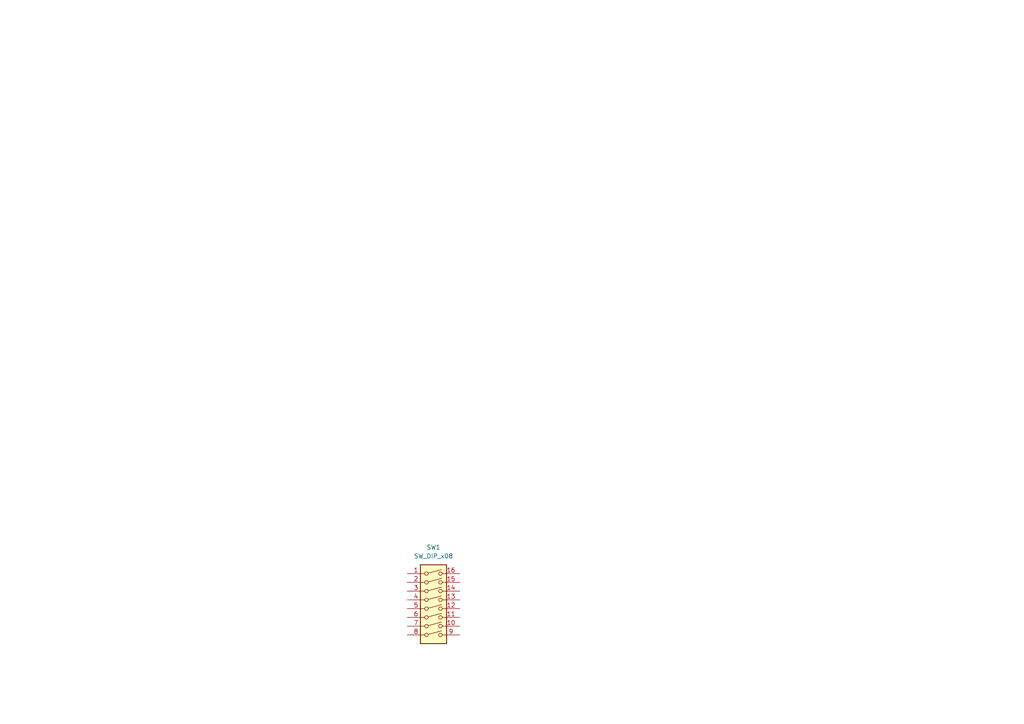
<source format=kicad_sch>
(kicad_sch (version 20250114) (generator "eeschema") (generator_version "9.0")
  (paper "A4")
  (lib_symbols
    (symbol "Switch:SW_DIP_x08" (pin_names (offset 0) (hide yes))
      (property "Reference" "SW" (at 0 13.97 0))
      (property "Value" "SW_DIP_x08" (at 0 -11.43 0))
      (symbol "SW_DIP_x08_0_0"
        (circle (center -2.032 10.16) (radius 0.508))
        (circle (center -2.032 7.62) (radius 0.508))
        (circle (center -2.032 5.08) (radius 0.508))
        (circle (center -2.032 2.54) (radius 0.508))
        (circle (center -2.032 0) (radius 0.508))
        (circle (center -2.032 -2.54) (radius 0.508))
        (circle (center -2.032 -5.08) (radius 0.508))
        (circle (center -2.032 -7.62) (radius 0.508))
        (polyline (pts (xy -1.524 10.287) (xy 2.3622 11.3284)))
        (polyline (pts (xy -1.524 7.747) (xy 2.3622 8.7884)))
        (polyline (pts (xy -1.524 5.207) (xy 2.3622 6.2484)))
        (polyline (pts (xy -1.524 2.667) (xy 2.3622 3.7084)))
        (polyline (pts (xy -1.524 0.127) (xy 2.3622 1.1684)))
        (polyline (pts (xy -1.524 -2.3876) (xy 2.3622 -1.3462)))
        (polyline (pts (xy -1.524 -4.9276) (xy 2.3622 -3.8862)))
        (polyline (pts (xy -1.524 -7.4676) (xy 2.3622 -6.4262)))
        (circle (center 2.032 10.16) (radius 0.508))
        (circle (center 2.032 7.62) (radius 0.508))
        (circle (center 2.032 5.08) (radius 0.508))
        (circle (center 2.032 2.54) (radius 0.508))
        (circle (center 2.032 0) (radius 0.508))
        (circle (center 2.032 -2.54) (radius 0.508))
        (circle (center 2.032 -5.08) (radius 0.508))
        (circle (center 2.032 -7.62) (radius 0.508))
      )
      (symbol "SW_DIP_x08_0_1"
        (rectangle (start -3.81 12.7) (end 3.81 -10.16) (stroke (width 0.254)) (fill (type background)))
      )
      (symbol "SW_DIP_x08_1_1"
        (pin passive line (at -7.62 10.16 0) (length 5.08) (name "~") (number "1"))
        (pin passive line (at -7.62 7.62 0) (length 5.08) (name "~") (number "2"))
        (pin passive line (at -7.62 5.08 0) (length 5.08) (name "~") (number "3"))
        (pin passive line (at -7.62 2.54 0) (length 5.08) (name "~") (number "4"))
        (pin passive line (at -7.62 0 0) (length 5.08) (name "~") (number "5"))
        (pin passive line (at -7.62 -2.54 0) (length 5.08) (name "~") (number "6"))
        (pin passive line (at -7.62 -5.08 0) (length 5.08) (name "~") (number "7"))
        (pin passive line (at -7.62 -7.62 0) (length 5.08) (name "~") (number "8"))
        (pin passive line (at 7.62 10.16 180) (length 5.08) (name "~") (number "16"))
        (pin passive line (at 7.62 7.62 180) (length 5.08) (name "~") (number "15"))
        (pin passive line (at 7.62 5.08 180) (length 5.08) (name "~") (number "14"))
        (pin passive line (at 7.62 2.54 180) (length 5.08) (name "~") (number "13"))
        (pin passive line (at 7.62 0 180) (length 5.08) (name "~") (number "12"))
        (pin passive line (at 7.62 -2.54 180) (length 5.08) (name "~") (number "11"))
        (pin passive line (at 7.62 -5.08 180) (length 5.08) (name "~") (number "10"))
        (pin passive line (at 7.62 -7.62 180) (length 5.08) (name "~") (number "9"))
      )
    )
  )
  (symbol (lib_id "Switch:SW_DIP_x08") (at 125.73 176.53 0) (unit 1)
    (property "Reference" "SW1" (at 125.73 158.75 0))
    (property "Value" "SW_DIP_x08" (at 125.73 161.29 0))
    (property "Footprint" "Package_SO:SO-16_5.3x10.2mm_P1.27mm" (effects (hide yes)))
    (property "Description" "8x DIP Switch, Single Pole Single Throw (SPST) switch, small symbol" (effects (hide yes)))
  )
)
</source>
